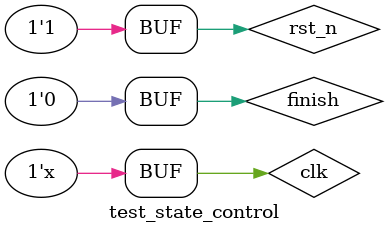
<source format=v>
`timescale 1ns / 1ps


module test_state_control(
    );
    reg clk;
    reg rst_n;
    reg finish;
    wire       done;
    wire [2:0] state;

    initial begin
        clk = 0;
        rst_n = 0;
        finish = 0;
        #20
        rst_n = 1;
        #200
        finish = 1;
        #20
        finish = 0;
    end

    always #3 clk = ~ clk;

    state_control state_control_inst (.clk(clk), .rst_n(rst_n), .finish(finish), .done(done), .state(state));
endmodule

</source>
